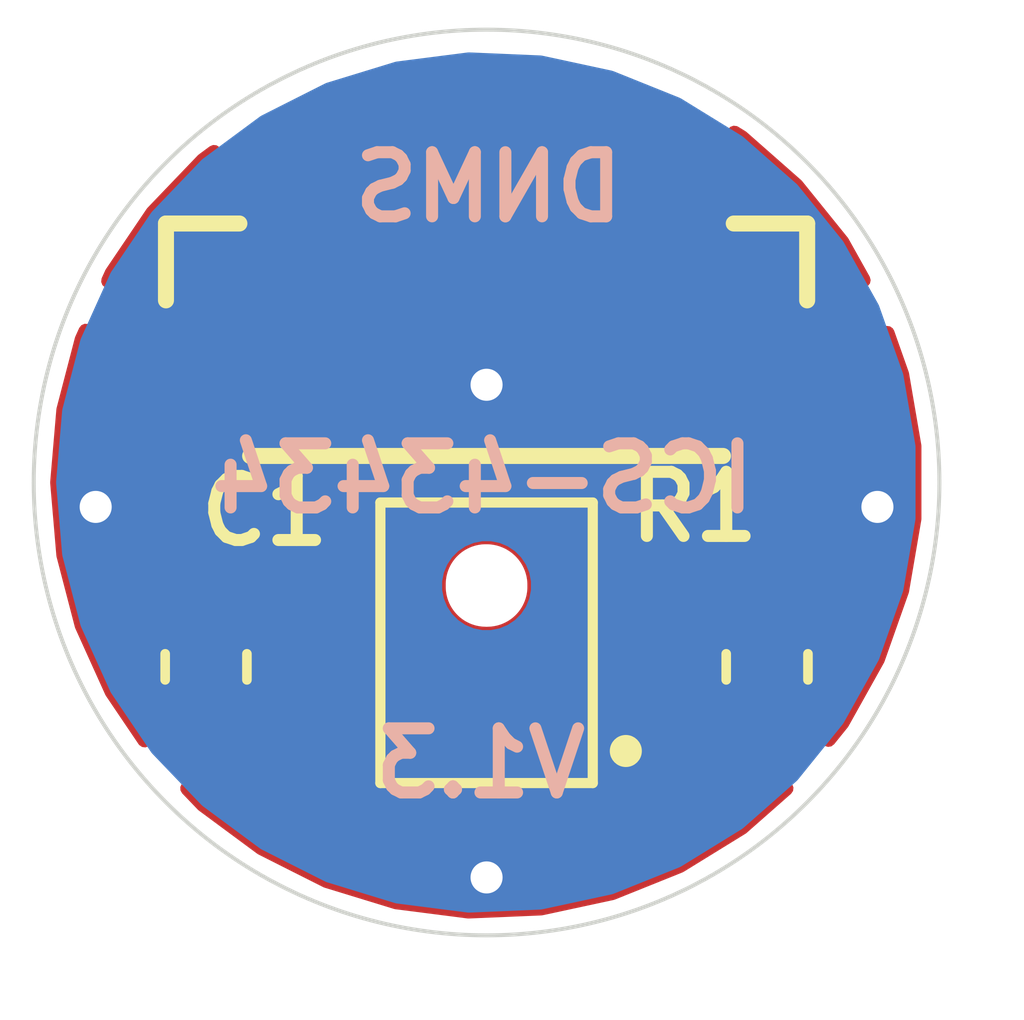
<source format=kicad_pcb>
(kicad_pcb (version 20171130) (host pcbnew 5.1.5+dfsg1-2build2)

  (general
    (thickness 1.6)
    (drawings 4)
    (tracks 80)
    (zones 0)
    (modules 4)
    (nets 7)
  )

  (page A4)
  (layers
    (0 F.Cu signal)
    (31 B.Cu signal)
    (32 B.Adhes user)
    (33 F.Adhes user)
    (34 B.Paste user)
    (35 F.Paste user)
    (36 B.SilkS user)
    (37 F.SilkS user)
    (38 B.Mask user)
    (39 F.Mask user)
    (40 Dwgs.User user)
    (41 Cmts.User user)
    (42 Eco1.User user)
    (43 Eco2.User user)
    (44 Edge.Cuts user)
    (45 Margin user)
    (46 B.CrtYd user)
    (47 F.CrtYd user)
    (48 B.Fab user)
    (49 F.Fab user)
  )

  (setup
    (last_trace_width 0.25)
    (user_trace_width 0.5)
    (trace_clearance 0.2)
    (zone_clearance 0.18)
    (zone_45_only no)
    (trace_min 0.2)
    (via_size 0.8)
    (via_drill 0.4)
    (via_min_size 0.4)
    (via_min_drill 0.3)
    (uvia_size 0.3)
    (uvia_drill 0.1)
    (uvias_allowed no)
    (uvia_min_size 0.2)
    (uvia_min_drill 0.1)
    (edge_width 0.05)
    (segment_width 0.2)
    (pcb_text_width 0.3)
    (pcb_text_size 1.5 1.5)
    (mod_edge_width 0.12)
    (mod_text_size 1 1)
    (mod_text_width 0.15)
    (pad_size 1 1)
    (pad_drill 0)
    (pad_to_mask_clearance 0.051)
    (solder_mask_min_width 0.25)
    (aux_axis_origin 0 0)
    (visible_elements 7FFFFF7F)
    (pcbplotparams
      (layerselection 0x010fc_ffffffff)
      (usegerberextensions false)
      (usegerberattributes false)
      (usegerberadvancedattributes false)
      (creategerberjobfile false)
      (excludeedgelayer true)
      (linewidth 0.100000)
      (plotframeref false)
      (viasonmask false)
      (mode 1)
      (useauxorigin false)
      (hpglpennumber 1)
      (hpglpenspeed 20)
      (hpglpendiameter 15.000000)
      (psnegative false)
      (psa4output false)
      (plotreference true)
      (plotvalue true)
      (plotinvisibletext false)
      (padsonsilk false)
      (subtractmaskfromsilk false)
      (outputformat 1)
      (mirror false)
      (drillshape 0)
      (scaleselection 1)
      (outputdirectory "Gerber/"))
  )

  (net 0 "")
  (net 1 GND)
  (net 2 +3V3)
  (net 3 SCK)
  (net 4 SD)
  (net 5 WS)
  (net 6 LR)

  (net_class Default "Dies ist die voreingestellte Netzklasse."
    (clearance 0.2)
    (trace_width 0.25)
    (via_dia 0.8)
    (via_drill 0.4)
    (uvia_dia 0.3)
    (uvia_drill 0.1)
    (add_net +3V3)
    (add_net GND)
    (add_net LR)
    (add_net SCK)
    (add_net SD)
    (add_net WS)
  )

  (module ICS-43434:MIC_ICS-43434 (layer F.Cu) (tedit 60885EE2) (tstamp 601C2507)
    (at 100 102 180)
    (path /601C48BA)
    (attr smd)
    (fp_text reference MK1 (at -0.538612 -2.25913) (layer F.Fab)
      (effects (font (size 0.320842 0.320842) (thickness 0.05)))
    )
    (fp_text value ICS-43434 (at -0.335577 2.15696) (layer F.Fab)
      (effects (font (size 0.321513 0.321513) (thickness 0.05)))
    )
    (fp_poly (pts (xy 1.15 -1.572) (xy 1.15 -1.15) (xy 0.65 -1.15) (xy 0.65 -1.572)) (layer F.Paste) (width 0.001))
    (fp_poly (pts (xy 1.15 -0.75) (xy 1.15 -0.328) (xy 0.65 -0.328) (xy 0.65 -0.75)) (layer F.Paste) (width 0.001))
    (fp_poly (pts (xy -0.65 -1.572) (xy -0.65 -1.15) (xy -1.15 -1.15) (xy -1.15 -1.572)) (layer F.Paste) (width 0.001))
    (fp_poly (pts (xy -0.65 -0.75) (xy -0.65 -0.328) (xy -1.15 -0.328) (xy -1.15 -0.75)) (layer F.Paste) (width 0.001))
    (fp_poly (pts (xy 0.05 0.203) (xy 0.059457 0.203822) (xy 0.082931 0.206982) (xy 0.106234 0.21123)
      (xy 0.129313 0.216559) (xy 0.152119 0.222955) (xy 0.174604 0.230405) (xy 0.196717 0.238894)
      (xy 0.218411 0.248402) (xy 0.23964 0.258909) (xy 0.260357 0.270392) (xy 0.280517 0.282827)
      (xy 0.300076 0.296186) (xy 0.318993 0.310441) (xy 0.337226 0.32556) (xy 0.354736 0.341512)
      (xy 0.371485 0.35826) (xy 0.387437 0.37577) (xy 0.402557 0.394003) (xy 0.416811 0.41292)
      (xy 0.430171 0.43248) (xy 0.442606 0.45264) (xy 0.454089 0.473356) (xy 0.464597 0.494585)
      (xy 0.474105 0.516279) (xy 0.482593 0.538392) (xy 0.490044 0.560876) (xy 0.49644 0.583683)
      (xy 0.501769 0.606762) (xy 0.506018 0.630065) (xy 0.509178 0.653539) (xy 0.51 0.663)
      (xy 0.81 0.663) (xy 0.809007 0.644043) (xy 0.805036 0.604952) (xy 0.799161 0.566102)
      (xy 0.791395 0.527585) (xy 0.781756 0.489493) (xy 0.770269 0.451918) (xy 0.756959 0.414949)
      (xy 0.741859 0.378674) (xy 0.725006 0.34318) (xy 0.706438 0.308551) (xy 0.686202 0.274871)
      (xy 0.664344 0.24222) (xy 0.640917 0.210676) (xy 0.615977 0.180313) (xy 0.589584 0.151205)
      (xy 0.5618 0.123421) (xy 0.532693 0.097028) (xy 0.502331 0.072088) (xy 0.470786 0.048661)
      (xy 0.438135 0.026803) (xy 0.404455 0.006565) (xy 0.369827 -0.012002) (xy 0.334333 -0.028856)
      (xy 0.298059 -0.043956) (xy 0.261089 -0.057266) (xy 0.223514 -0.068754) (xy 0.185423 -0.078393)
      (xy 0.146906 -0.08616) (xy 0.108055 -0.092035) (xy 0.068965 -0.096006) (xy 0.05 -0.097)) (layer F.Paste) (width 0.001))
    (fp_poly (pts (xy -0.51 0.663) (xy -0.509178 0.653544) (xy -0.506018 0.630069) (xy -0.50177 0.606766)
      (xy -0.496441 0.583687) (xy -0.490045 0.560881) (xy -0.482595 0.538396) (xy -0.474106 0.516283)
      (xy -0.464598 0.494589) (xy -0.454091 0.47336) (xy -0.442608 0.452643) (xy -0.430173 0.432483)
      (xy -0.416814 0.412924) (xy -0.402559 0.394007) (xy -0.38744 0.375774) (xy -0.371488 0.358264)
      (xy -0.35474 0.341515) (xy -0.33723 0.325563) (xy -0.318997 0.310443) (xy -0.30008 0.296189)
      (xy -0.28052 0.282829) (xy -0.26036 0.270394) (xy -0.239644 0.258911) (xy -0.218415 0.248403)
      (xy -0.196721 0.238895) (xy -0.174608 0.230407) (xy -0.152124 0.222956) (xy -0.129317 0.21656)
      (xy -0.106238 0.211231) (xy -0.082936 0.206982) (xy -0.059461 0.203822) (xy -0.05 0.203)
      (xy -0.05 -0.097) (xy -0.068957 -0.096007) (xy -0.108048 -0.092036) (xy -0.146898 -0.086161)
      (xy -0.185415 -0.078395) (xy -0.223507 -0.068756) (xy -0.261082 -0.057269) (xy -0.298051 -0.043959)
      (xy -0.334326 -0.028859) (xy -0.36982 -0.012006) (xy -0.404449 0.006562) (xy -0.438129 0.026798)
      (xy -0.47078 0.048656) (xy -0.502324 0.072083) (xy -0.532687 0.097023) (xy -0.561795 0.123416)
      (xy -0.589579 0.1512) (xy -0.615972 0.180307) (xy -0.640912 0.210669) (xy -0.664339 0.242214)
      (xy -0.686197 0.274865) (xy -0.706435 0.308545) (xy -0.725002 0.343173) (xy -0.741856 0.378667)
      (xy -0.756956 0.414941) (xy -0.770266 0.451911) (xy -0.781754 0.489486) (xy -0.791393 0.527577)
      (xy -0.79916 0.566094) (xy -0.805035 0.604945) (xy -0.809006 0.644035) (xy -0.81 0.663)) (layer F.Paste) (width 0.001))
    (fp_poly (pts (xy -0.05 1.223) (xy -0.059457 1.22218) (xy -0.082931 1.21902) (xy -0.106234 1.21477)
      (xy -0.129313 1.20944) (xy -0.152119 1.20305) (xy -0.174604 1.19559) (xy -0.196717 1.18711)
      (xy -0.218411 1.1776) (xy -0.23964 1.16709) (xy -0.260357 1.15561) (xy -0.280517 1.14317)
      (xy -0.300076 1.12981) (xy -0.318993 1.11556) (xy -0.337226 1.10044) (xy -0.354736 1.08449)
      (xy -0.371485 1.06774) (xy -0.387437 1.05023) (xy -0.402557 1.032) (xy -0.416811 1.01308)
      (xy -0.430171 0.99352) (xy -0.442606 0.97336) (xy -0.454089 0.952644) (xy -0.464597 0.931415)
      (xy -0.474105 0.909721) (xy -0.482593 0.887608) (xy -0.490044 0.865124) (xy -0.49644 0.842317)
      (xy -0.501769 0.819238) (xy -0.506018 0.795935) (xy -0.509178 0.772461) (xy -0.51 0.763)
      (xy -0.81 0.763) (xy -0.809007 0.781957) (xy -0.805036 0.821048) (xy -0.799161 0.859898)
      (xy -0.791395 0.898415) (xy -0.781756 0.936507) (xy -0.770269 0.974082) (xy -0.756959 1.01105)
      (xy -0.741859 1.04733) (xy -0.725006 1.08282) (xy -0.706438 1.11745) (xy -0.686202 1.15113)
      (xy -0.664344 1.18378) (xy -0.640917 1.21532) (xy -0.615977 1.24569) (xy -0.589584 1.27479)
      (xy -0.5618 1.30258) (xy -0.532693 1.32897) (xy -0.502331 1.35391) (xy -0.470786 1.37734)
      (xy -0.438135 1.3992) (xy -0.404455 1.41943) (xy -0.369827 1.438) (xy -0.334333 1.45486)
      (xy -0.298059 1.46996) (xy -0.261089 1.48327) (xy -0.223514 1.49475) (xy -0.185423 1.50439)
      (xy -0.146906 1.51216) (xy -0.108055 1.51804) (xy -0.068965 1.52201) (xy -0.05 1.523)) (layer F.Paste) (width 0.001))
    (fp_poly (pts (xy 0.51 0.763) (xy 0.509178 0.772456) (xy 0.506018 0.795931) (xy 0.50177 0.819234)
      (xy 0.496441 0.842313) (xy 0.490045 0.865119) (xy 0.482595 0.887604) (xy 0.474106 0.909717)
      (xy 0.464598 0.931411) (xy 0.454091 0.95264) (xy 0.442608 0.973357) (xy 0.430173 0.993517)
      (xy 0.416814 1.01308) (xy 0.402559 1.03199) (xy 0.38744 1.05023) (xy 0.371488 1.06774)
      (xy 0.35474 1.08449) (xy 0.33723 1.10044) (xy 0.318997 1.11556) (xy 0.30008 1.12981)
      (xy 0.28052 1.14317) (xy 0.26036 1.15561) (xy 0.239644 1.16709) (xy 0.218415 1.1776)
      (xy 0.196721 1.1871) (xy 0.174608 1.19559) (xy 0.152124 1.20304) (xy 0.129317 1.20944)
      (xy 0.106238 1.21477) (xy 0.082936 1.21902) (xy 0.059461 1.22218) (xy 0.05 1.223)
      (xy 0.05 1.523) (xy 0.068957 1.52201) (xy 0.108048 1.51804) (xy 0.146898 1.51216)
      (xy 0.185415 1.50439) (xy 0.223507 1.49476) (xy 0.261082 1.48327) (xy 0.298051 1.46996)
      (xy 0.334326 1.45486) (xy 0.36982 1.43801) (xy 0.404449 1.41944) (xy 0.438129 1.3992)
      (xy 0.47078 1.37734) (xy 0.502324 1.35392) (xy 0.532687 1.32898) (xy 0.561795 1.30258)
      (xy 0.589579 1.2748) (xy 0.615972 1.24569) (xy 0.640912 1.21533) (xy 0.664339 1.18379)
      (xy 0.686197 1.15114) (xy 0.706435 1.11746) (xy 0.725002 1.08283) (xy 0.741856 1.04733)
      (xy 0.756956 1.01106) (xy 0.770266 0.974089) (xy 0.781754 0.936514) (xy 0.791393 0.898423)
      (xy 0.79916 0.859906) (xy 0.805035 0.821055) (xy 0.809006 0.781965) (xy 0.81 0.763)) (layer F.Paste) (width 0.001))
    (fp_line (start 1.325 -1.747) (end 1.325 1.753) (layer Eco2.User) (width 0.127))
    (fp_line (start 1.325 1.753) (end -1.325 1.753) (layer Eco2.User) (width 0.127))
    (fp_line (start -1.325 1.753) (end -1.325 -1.747) (layer Eco2.User) (width 0.127))
    (fp_line (start -1.325 -1.747) (end 1.325 -1.747) (layer Eco2.User) (width 0.127))
    (fp_line (start 1.325 -1.75) (end -1.325 -1.75) (layer F.SilkS) (width 0.127))
    (fp_line (start -1.325 -1.75) (end -1.325 1.75) (layer F.SilkS) (width 0.127))
    (fp_line (start -1.325 1.75) (end 1.325 1.75) (layer F.SilkS) (width 0.127))
    (fp_line (start 1.325 1.75) (end 1.325 -1.75) (layer F.SilkS) (width 0.127))
    (fp_line (start 1.575 -2) (end 1.575 2.003) (layer Eco1.User) (width 0.05))
    (fp_line (start 1.575 2.003) (end -1.575 2.003) (layer Eco1.User) (width 0.05))
    (fp_line (start -1.575 2.003) (end -1.575 -2) (layer Eco1.User) (width 0.05))
    (fp_line (start -1.575 -2) (end 1.575 -2) (layer Eco1.User) (width 0.05))
    (fp_circle (center -1.7375 -1.35) (end -1.6375 -1.35) (layer F.SilkS) (width 0.2))
    (fp_poly (pts (xy 0.25 -1.572) (xy 0.25 -1.15) (xy -0.25 -1.15) (xy -0.25 -1.572)) (layer F.Paste) (width 0.001))
    (fp_poly (pts (xy 0.01016 -0.10174) (xy 0.01016 0.19826) (xy -0.02309 0.2) (xy -0.04924 0.20137)
      (xy -0.075283 0.204107) (xy -0.101146 0.208204) (xy -0.12676 0.213648) (xy -0.152053 0.220425)
      (xy -0.176958 0.228517) (xy -0.201405 0.237901) (xy -0.225327 0.248551) (xy -0.248658 0.260439)
      (xy -0.271336 0.273532) (xy -0.293298 0.287794) (xy -0.314483 0.303186) (xy -0.334833 0.319665)
      (xy -0.354293 0.337186) (xy -0.372809 0.355703) (xy -0.390331 0.375162) (xy -0.406811 0.395513)
      (xy -0.422203 0.416697) (xy -0.436465 0.438659) (xy -0.449558 0.461336) (xy -0.461446 0.484668)
      (xy -0.472097 0.50859) (xy -0.481481 0.533037) (xy -0.489573 0.557941) (xy -0.496351 0.583234)
      (xy -0.501795 0.608848) (xy -0.505892 0.634712) (xy -0.508629 0.660754) (xy -0.51 0.686904)
      (xy -0.51 0.7) (xy -0.51 0.72) (xy -0.51 0.733352) (xy -0.508602 0.760025)
      (xy -0.505811 0.786588) (xy -0.501632 0.812969) (xy -0.496079 0.839095) (xy -0.489166 0.864895)
      (xy -0.480913 0.890297) (xy -0.471341 0.915233) (xy -0.460478 0.939633) (xy -0.448352 0.963432)
      (xy -0.434997 0.986563) (xy -0.42045 1.00896) (xy -0.404751 1.03057) (xy -0.387942 1.05133)
      (xy -0.37007 1.07118) (xy -0.351183 1.09007) (xy -0.331334 1.10794) (xy -0.310577 1.12475)
      (xy -0.288969 1.14045) (xy -0.266568 1.15499) (xy -0.243437 1.16835) (xy -0.219639 1.18047)
      (xy -0.195238 1.19134) (xy -0.170303 1.20091) (xy -0.1449 1.20916) (xy -0.119101 1.21608)
      (xy -0.092975 1.22163) (xy -0.066594 1.22581) (xy -0.040031 1.2286) (xy -0.013358 1.23)
      (xy 0 1.23) (xy 0.01 1.23) (xy 0.02309 1.23) (xy 0.04924 1.22863)
      (xy 0.075283 1.22589) (xy 0.101146 1.2218) (xy 0.12676 1.21635) (xy 0.152053 1.20957)
      (xy 0.176958 1.20148) (xy 0.201405 1.1921) (xy 0.225327 1.18145) (xy 0.248658 1.16956)
      (xy 0.271336 1.15647) (xy 0.293298 1.14221) (xy 0.314483 1.12681) (xy 0.334833 1.11034)
      (xy 0.354293 1.09281) (xy 0.372809 1.0743) (xy 0.390331 1.05484) (xy 0.406811 1.03449)
      (xy 0.422203 1.0133) (xy 0.436465 0.991341) (xy 0.449558 0.968664) (xy 0.461446 0.945332)
      (xy 0.472097 0.92141) (xy 0.481481 0.896963) (xy 0.489573 0.872059) (xy 0.496351 0.846766)
      (xy 0.501795 0.821152) (xy 0.505892 0.795288) (xy 0.508629 0.769246) (xy 0.51 0.743096)
      (xy 0.51 0.73) (xy 0.51 0.7) (xy 0.51 0.68691) (xy 0.50863 0.66076)
      (xy 0.505893 0.634718) (xy 0.501796 0.608854) (xy 0.496352 0.58324) (xy 0.489575 0.557947)
      (xy 0.481483 0.533042) (xy 0.472099 0.508595) (xy 0.461449 0.484673) (xy 0.449561 0.461342)
      (xy 0.436468 0.438664) (xy 0.422206 0.416702) (xy 0.406814 0.395517) (xy 0.390335 0.375167)
      (xy 0.372814 0.355707) (xy 0.354297 0.337191) (xy 0.334838 0.319669) (xy 0.314487 0.303189)
      (xy 0.293303 0.287797) (xy 0.271341 0.273535) (xy 0.248664 0.260442) (xy 0.225332 0.248554)
      (xy 0.20141 0.237903) (xy 0.176963 0.228519) (xy 0.152059 0.220427) (xy 0.126766 0.213649)
      (xy 0.101152 0.208205) (xy 0.075288 0.204108) (xy 0.049246 0.201371) (xy 0.023096 0.2)
      (xy 0.01 0.2) (xy 0.01 -0.1) (xy 0.02 -0.1) (xy 0.040682 -0.1)
      (xy 0.081999 -0.097835) (xy 0.123146 -0.09351) (xy 0.164011 -0.087038) (xy 0.20448 -0.078437)
      (xy 0.244444 -0.067729) (xy 0.283793 -0.054944) (xy 0.322419 -0.040117) (xy 0.360216 -0.023289)
      (xy 0.39708 -0.004506) (xy 0.432911 0.016181) (xy 0.46761 0.038715) (xy 0.501083 0.063033)
      (xy 0.533236 0.08907) (xy 0.563983 0.116755) (xy 0.593239 0.14601) (xy 0.620923 0.176757)
      (xy 0.646961 0.20891) (xy 0.67128 0.242382) (xy 0.693814 0.277081) (xy 0.714501 0.312911)
      (xy 0.733285 0.349775) (xy 0.750113 0.387572) (xy 0.76494 0.426198) (xy 0.777726 0.465546)
      (xy 0.788434 0.50551) (xy 0.797037 0.54598) (xy 0.803509 0.586844) (xy 0.807834 0.627991)
      (xy 0.81 0.669308) (xy 0.81 0.69) (xy 0.81 0.72) (xy 0.81 0.741206)
      (xy 0.80778 0.783569) (xy 0.803346 0.825758) (xy 0.79671 0.867657) (xy 0.787891 0.909151)
      (xy 0.776911 0.950127) (xy 0.763803 0.990472) (xy 0.748601 1.03008) (xy 0.731347 1.06883)
      (xy 0.712088 1.10663) (xy 0.690878 1.14336) (xy 0.667774 1.17894) (xy 0.642839 1.21326)
      (xy 0.616143 1.24623) (xy 0.587758 1.27775) (xy 0.557762 1.30775) (xy 0.526237 1.33614)
      (xy 0.49327 1.36283) (xy 0.45895 1.38777) (xy 0.423373 1.41087) (xy 0.386635 1.43208)
      (xy 0.348838 1.45134) (xy 0.310084 1.4686) (xy 0.270481 1.4838) (xy 0.230136 1.49691)
      (xy 0.18916 1.50789) (xy 0.147666 1.51671) (xy 0.105767 1.52334) (xy 0.063578 1.52778)
      (xy 0.021215 1.53) (xy 0 1.53) (xy -0.01 1.53) (xy -0.030944 1.53)
      (xy -0.072784 1.52781) (xy -0.114452 1.52343) (xy -0.155834 1.51687) (xy -0.196816 1.50816)
      (xy -0.237286 1.49732) (xy -0.277132 1.48437) (xy -0.316247 1.46936) (xy -0.354523 1.45232)
      (xy -0.391854 1.4333) (xy -0.428138 1.41235) (xy -0.463276 1.38953) (xy -0.497172 1.3649)
      (xy -0.529733 1.33854) (xy -0.560869 1.3105) (xy -0.590495 1.28088) (xy -0.61853 1.24974)
      (xy -0.644897 1.21718) (xy -0.669524 1.18328) (xy -0.692343 1.14815) (xy -0.713292 1.11186)
      (xy -0.732314 1.07453) (xy -0.749355 1.03626) (xy -0.76437 0.997141) (xy -0.777317 0.957295)
      (xy -0.788161 0.916825) (xy -0.796873 0.875843) (xy -0.803427 0.834461) (xy -0.807807 0.792794)
      (xy -0.81 0.750954) (xy -0.81 0.73) (xy -0.81 0.7) (xy -0.81 0.679056)
      (xy -0.807808 0.637216) (xy -0.803428 0.595548) (xy -0.796874 0.554166) (xy -0.788164 0.513184)
      (xy -0.77732 0.472714) (xy -0.764373 0.432868) (xy -0.749359 0.393753) (xy -0.732318 0.355477)
      (xy -0.713297 0.318146) (xy -0.692348 0.281862) (xy -0.66953 0.246724) (xy -0.644903 0.212828)
      (xy -0.618536 0.180267) (xy -0.590502 0.149131) (xy -0.560876 0.119505) (xy -0.52974 0.09147)
      (xy -0.49718 0.065103) (xy -0.463284 0.040476) (xy -0.428146 0.017657) (xy -0.391862 -0.003292)
      (xy -0.354531 -0.022314) (xy -0.316256 -0.039355) (xy -0.277141 -0.05437) (xy -0.237295 -0.067317)
      (xy -0.196825 -0.078161) (xy -0.155843 -0.086873) (xy -0.114461 -0.093427) (xy -0.072794 -0.097807)
      (xy -0.030954 -0.1)) (layer F.Cu) (width 0.001))
    (fp_circle (center 0 0.713) (end 0.665 0.713) (layer F.Mask) (width 0.5))
    (pad 1 smd rect (at -0.9 -1.361 180) (size 0.6 0.522) (layers F.Cu F.Paste F.Mask)
      (net 5 WS))
    (pad 2 smd rect (at -0.9 -0.539 180) (size 0.6 0.522) (layers F.Cu F.Paste F.Mask)
      (net 6 LR))
    (pad 3 smd rect (at -0.0155 1.383 180) (size 0.1 0.1) (layers F.Cu F.Paste F.Mask)
      (net 1 GND))
    (pad 4 smd rect (at 0.9 -0.539 180) (size 0.6 0.522) (layers F.Cu F.Paste F.Mask)
      (net 3 SCK))
    (pad 5 smd rect (at 0.9 -1.361 180) (size 0.6 0.522) (layers F.Cu F.Paste F.Mask)
      (net 2 +3V3))
    (pad 6 smd rect (at 0 -1.361 180) (size 0.6 0.522) (layers F.Cu F.Paste F.Mask)
      (net 4 SD))
    (pad "" np_thru_hole circle (at 0 0.713 180) (size 0.6 0.6) (drill 0.6) (layers *.Cu *.Mask))
    (model ${KIPRJMOD}/ICS-43434/ICS-43434.models/InvenSense_-_ICS-43434.wrl
      (at (xyz 0 0 0))
      (scale (xyz 0.4 0.4 0.4))
      (rotate (xyz 0 0 0))
    )
  )

  (module Resistor_SMD:R_0603_1608Metric (layer F.Cu) (tedit 5B301BBD) (tstamp 601C2518)
    (at 103.5 102.3 90)
    (descr "Resistor SMD 0603 (1608 Metric), square (rectangular) end terminal, IPC_7351 nominal, (Body size source: http://www.tortai-tech.com/upload/download/2011102023233369053.pdf), generated with kicad-footprint-generator")
    (tags resistor)
    (path /601C7811)
    (attr smd)
    (fp_text reference R1 (at 1.9954 -0.9094) (layer F.SilkS)
      (effects (font (size 0.8 0.8) (thickness 0.15)))
    )
    (fp_text value 100k (at 0 1.43 90) (layer F.Fab)
      (effects (font (size 1 1) (thickness 0.15)))
    )
    (fp_text user %R (at 0 0 90) (layer F.Fab)
      (effects (font (size 0.4 0.4) (thickness 0.06)))
    )
    (fp_line (start 1.48 0.73) (end -1.48 0.73) (layer F.CrtYd) (width 0.05))
    (fp_line (start 1.48 -0.73) (end 1.48 0.73) (layer F.CrtYd) (width 0.05))
    (fp_line (start -1.48 -0.73) (end 1.48 -0.73) (layer F.CrtYd) (width 0.05))
    (fp_line (start -1.48 0.73) (end -1.48 -0.73) (layer F.CrtYd) (width 0.05))
    (fp_line (start -0.162779 0.51) (end 0.162779 0.51) (layer F.SilkS) (width 0.12))
    (fp_line (start -0.162779 -0.51) (end 0.162779 -0.51) (layer F.SilkS) (width 0.12))
    (fp_line (start 0.8 0.4) (end -0.8 0.4) (layer F.Fab) (width 0.1))
    (fp_line (start 0.8 -0.4) (end 0.8 0.4) (layer F.Fab) (width 0.1))
    (fp_line (start -0.8 -0.4) (end 0.8 -0.4) (layer F.Fab) (width 0.1))
    (fp_line (start -0.8 0.4) (end -0.8 -0.4) (layer F.Fab) (width 0.1))
    (pad 2 smd roundrect (at 0.7875 0 90) (size 0.875 0.95) (layers F.Cu F.Paste F.Mask) (roundrect_rratio 0.25)
      (net 1 GND))
    (pad 1 smd roundrect (at -0.7875 0 90) (size 0.875 0.95) (layers F.Cu F.Paste F.Mask) (roundrect_rratio 0.25)
      (net 4 SD))
    (model ${KISYS3DMOD}/Resistor_SMD.3dshapes/R_0603_1608Metric.wrl
      (at (xyz 0 0 0))
      (scale (xyz 1 1 1))
      (rotate (xyz 0 0 0))
    )
  )

  (module Capacitor_SMD:C_0603_1608Metric (layer F.Cu) (tedit 5B301BBE) (tstamp 601C24B2)
    (at 96.5 102.3 90)
    (descr "Capacitor SMD 0603 (1608 Metric), square (rectangular) end terminal, IPC_7351 nominal, (Body size source: http://www.tortai-tech.com/upload/download/2011102023233369053.pdf), generated with kicad-footprint-generator")
    (tags capacitor)
    (path /601C6101)
    (attr smd)
    (fp_text reference C1 (at 1.9446 0.7312) (layer F.SilkS)
      (effects (font (size 0.8 0.8) (thickness 0.15)))
    )
    (fp_text value 100nF (at 0 1.43 90) (layer F.Fab)
      (effects (font (size 1 1) (thickness 0.15)))
    )
    (fp_text user %R (at 0 0 90) (layer F.Fab)
      (effects (font (size 0.4 0.4) (thickness 0.06)))
    )
    (fp_line (start 1.48 0.73) (end -1.48 0.73) (layer F.CrtYd) (width 0.05))
    (fp_line (start 1.48 -0.73) (end 1.48 0.73) (layer F.CrtYd) (width 0.05))
    (fp_line (start -1.48 -0.73) (end 1.48 -0.73) (layer F.CrtYd) (width 0.05))
    (fp_line (start -1.48 0.73) (end -1.48 -0.73) (layer F.CrtYd) (width 0.05))
    (fp_line (start -0.162779 0.51) (end 0.162779 0.51) (layer F.SilkS) (width 0.12))
    (fp_line (start -0.162779 -0.51) (end 0.162779 -0.51) (layer F.SilkS) (width 0.12))
    (fp_line (start 0.8 0.4) (end -0.8 0.4) (layer F.Fab) (width 0.1))
    (fp_line (start 0.8 -0.4) (end 0.8 0.4) (layer F.Fab) (width 0.1))
    (fp_line (start -0.8 -0.4) (end 0.8 -0.4) (layer F.Fab) (width 0.1))
    (fp_line (start -0.8 0.4) (end -0.8 -0.4) (layer F.Fab) (width 0.1))
    (pad 2 smd roundrect (at 0.7875 0 90) (size 0.875 0.95) (layers F.Cu F.Paste F.Mask) (roundrect_rratio 0.25)
      (net 1 GND))
    (pad 1 smd roundrect (at -0.7875 0 90) (size 0.875 0.95) (layers F.Cu F.Paste F.Mask) (roundrect_rratio 0.25)
      (net 2 +3V3))
    (model ${KISYS3DMOD}/Capacitor_SMD.3dshapes/C_0603_1608Metric.wrl
      (at (xyz 0 0 0))
      (scale (xyz 1 1 1))
      (rotate (xyz 0 0 0))
    )
  )

  (module BM06B-SRSS-TB_LF__SN:BM06BSRSSTBLFSN (layer F.Cu) (tedit 601C6DD9) (tstamp 601C0B37)
    (at 100 98.0186 180)
    (descr BM06B-SRSS-TB)
    (tags Connector)
    (path /601B0083)
    (attr smd)
    (fp_text reference J1 (at 0 0.325) (layer F.Fab)
      (effects (font (size 1.27 1.27) (thickness 0.254)))
    )
    (fp_text value BM06B-SRSS-TB_LF__SN_ (at 0 0.325) (layer F.SilkS) hide
      (effects (font (size 1.27 1.27) (thickness 0.254)))
    )
    (fp_line (start 4 1.25) (end 3.084 1.25) (layer F.SilkS) (width 0.2))
    (fp_line (start -4 1.25) (end -3.084 1.25) (layer F.SilkS) (width 0.2))
    (fp_line (start 4 1.25) (end 4 0.291) (layer F.SilkS) (width 0.2))
    (fp_line (start -4 1.25) (end -4 0.291) (layer F.SilkS) (width 0.2))
    (fp_line (start -2.95 -1.65) (end 2.95 -1.65) (layer F.SilkS) (width 0.2))
    (fp_line (start -5.4 3.425) (end -5.4 -2.775) (layer F.CrtYd) (width 0.1))
    (fp_line (start 5.4 3.425) (end -5.4 3.425) (layer F.CrtYd) (width 0.1))
    (fp_line (start 5.4 -2.775) (end 5.4 3.425) (layer F.CrtYd) (width 0.1))
    (fp_line (start -5.4 -2.775) (end 5.4 -2.775) (layer F.CrtYd) (width 0.1))
    (fp_line (start -4 1.25) (end -4 -1.65) (layer F.Fab) (width 0.2))
    (fp_line (start 4 1.25) (end -4 1.25) (layer F.Fab) (width 0.2))
    (fp_line (start 4 -1.65) (end 4 1.25) (layer F.Fab) (width 0.2))
    (fp_line (start -4 -1.65) (end 4 -1.65) (layer F.Fab) (width 0.2))
    (fp_text user %R (at 0 0.325) (layer F.Fab) hide
      (effects (font (size 1.27 1.27) (thickness 0.254)))
    )
    (pad MP2 smd rect (at 3.8 -0.875 180) (size 1.2 1.8) (layers F.Cu F.Paste F.Mask)
      (net 1 GND))
    (pad MP1 smd rect (at -3.8 -0.875 180) (size 1.2 1.8) (layers F.Cu F.Paste F.Mask)
      (net 1 GND))
    (pad 6 smd rect (at -2.5 1.65 180) (size 0.6 1.55) (layers F.Cu F.Paste F.Mask)
      (net 4 SD))
    (pad 5 smd rect (at -1.5 1.65 180) (size 0.6 1.55) (layers F.Cu F.Paste F.Mask)
      (net 5 WS))
    (pad 4 smd rect (at -0.5 1.65 180) (size 0.6 1.55) (layers F.Cu F.Paste F.Mask)
      (net 6 LR))
    (pad 3 smd rect (at 0.5 1.65 180) (size 0.6 1.55) (layers F.Cu F.Paste F.Mask)
      (net 3 SCK))
    (pad 2 smd rect (at 1.5 1.65 180) (size 0.6 1.55) (layers F.Cu F.Paste F.Mask)
      (net 2 +3V3))
    (pad 1 smd rect (at 2.5 1.65 180) (size 0.6 1.55) (layers F.Cu F.Paste F.Mask)
      (net 1 GND))
    (model ${KIPRJMOD}/BM06B-SRSS-TB_LF__SN/3D/BM06B-SRSS-TB_LF__SN_.wrl
      (at (xyz 0 0 0))
      (scale (xyz 0.4 0.4 0.4))
      (rotate (xyz 0 0 0))
    )
  )

  (gr_text V1.3 (at 99.9236 103.505) (layer B.SilkS)
    (effects (font (size 0.8 0.8) (thickness 0.15)) (justify mirror))
  )
  (gr_text ICS-43434 (at 99.949 99.949) (layer B.SilkS)
    (effects (font (size 0.8 0.8) (thickness 0.15)) (justify mirror))
  )
  (gr_text "DNMS\n" (at 100.0252 96.3168) (layer B.SilkS)
    (effects (font (size 0.8 0.8) (thickness 0.15)) (justify mirror))
  )
  (gr_circle (center 100 100) (end 105.65 100) (layer Edge.Cuts) (width 0.05))

  (via (at 100 104.9274) (size 0.8) (drill 0.4) (layers F.Cu B.Cu) (net 1))
  (via (at 100 98.7806) (size 0.8) (drill 0.4) (layers F.Cu B.Cu) (net 1))
  (via (at 95.123 100.3046) (size 0.8) (drill 0.4) (layers F.Cu B.Cu) (net 1))
  (segment (start 100 98.7806) (end 95.5294 98.7806) (width 0.25) (layer B.Cu) (net 1))
  (via (at 104.8766 100.3046) (size 0.8) (drill 0.4) (layers F.Cu B.Cu) (net 1))
  (segment (start 95.5294 99.8982) (end 95.123 100.3046) (width 0.25) (layer B.Cu) (net 1))
  (segment (start 95.5294 98.7806) (end 95.5294 99.8982) (width 0.25) (layer B.Cu) (net 1))
  (segment (start 96.2 101.2125) (end 96.5 101.5125) (width 0.25) (layer F.Cu) (net 1))
  (segment (start 103.8 101.2125) (end 103.5 101.5125) (width 0.25) (layer F.Cu) (net 1))
  (segment (start 97.11129 98.83231) (end 97.05 98.8936) (width 0.25) (layer F.Cu) (net 1))
  (segment (start 97.11129 97.629) (end 97.11129 98.83231) (width 0.25) (layer F.Cu) (net 1))
  (segment (start 97.05 98.8936) (end 96.2 98.8936) (width 0.25) (layer F.Cu) (net 1))
  (segment (start 97.5 97.24029) (end 97.11129 97.629) (width 0.25) (layer F.Cu) (net 1))
  (segment (start 97.5 96.3686) (end 97.5 97.24029) (width 0.25) (layer F.Cu) (net 1))
  (segment (start 103.8 98.8936) (end 103.8098 100.1522) (width 0.25) (layer F.Cu) (net 1))
  (segment (start 103.5 100.462) (end 103.5 101.5125) (width 0.25) (layer F.Cu) (net 1))
  (segment (start 103.8098 100.1522) (end 103.5 100.462) (width 0.25) (layer F.Cu) (net 1))
  (segment (start 103.9622 100.3046) (end 104.8766 100.3046) (width 0.25) (layer F.Cu) (net 1))
  (segment (start 103.8098 100.1522) (end 103.9622 100.3046) (width 0.25) (layer F.Cu) (net 1))
  (segment (start 96.1898 100.3046) (end 96.2152 100.33) (width 0.25) (layer F.Cu) (net 1))
  (segment (start 95.123 100.3046) (end 96.1898 100.3046) (width 0.25) (layer F.Cu) (net 1))
  (segment (start 96.2152 100.33) (end 96.2 101.2125) (width 0.25) (layer F.Cu) (net 1))
  (segment (start 96.2 98.8936) (end 96.2152 100.33) (width 0.25) (layer F.Cu) (net 1))
  (segment (start 103.3526 98.7806) (end 104.8766 100.3046) (width 0.25) (layer B.Cu) (net 1))
  (segment (start 100 98.7806) (end 103.3526 98.7806) (width 0.25) (layer B.Cu) (net 1))
  (segment (start 100.0155 98.7961) (end 100 98.7806) (width 0.25) (layer F.Cu) (net 1))
  (segment (start 100.0155 100.617) (end 100.0155 98.7961) (width 0.25) (layer F.Cu) (net 1))
  (segment (start 100.2538 104.9274) (end 100 104.9274) (width 0.25) (layer B.Cu) (net 1))
  (segment (start 104.8766 100.3046) (end 100.2538 104.9274) (width 0.25) (layer B.Cu) (net 1))
  (segment (start 97.5613 98.4758) (end 97.5613 97.8154) (width 0.25) (layer F.Cu) (net 2))
  (segment (start 97.5868 97.8154) (end 97.8916 97.5106) (width 0.25) (layer F.Cu) (net 2))
  (segment (start 98.5 97.3936) (end 98.5 96.3686) (width 0.25) (layer F.Cu) (net 2))
  (segment (start 98.383 97.5106) (end 98.5 97.3936) (width 0.25) (layer F.Cu) (net 2))
  (segment (start 97.8916 97.5106) (end 98.383 97.5106) (width 0.25) (layer F.Cu) (net 2))
  (segment (start 97.5613 98.4758) (end 97.5613 101.0158) (width 0.25) (layer F.Cu) (net 2))
  (segment (start 97.5613 102.9716) (end 97.5613 100.9396) (width 0.25) (layer F.Cu) (net 2))
  (segment (start 96.5454 102.9971) (end 97.5613 102.9971) (width 0.25) (layer F.Cu) (net 2))
  (segment (start 98.55 103.363999) (end 98.538601 103.3526) (width 0.25) (layer F.Cu) (net 2))
  (segment (start 99.1 103.363999) (end 98.55 103.363999) (width 0.25) (layer F.Cu) (net 2))
  (segment (start 97.5613 102.9971) (end 97.5613 103.2763) (width 0.25) (layer F.Cu) (net 2))
  (segment (start 97.648999 103.363999) (end 98.55 103.363999) (width 0.25) (layer F.Cu) (net 2))
  (segment (start 97.5613 103.2763) (end 97.648999 103.363999) (width 0.25) (layer F.Cu) (net 2))
  (segment (start 99.5 97.3936) (end 99.5 96.3686) (width 0.25) (layer F.Cu) (net 3))
  (segment (start 99.29579 97.96061) (end 99.5 97.7564) (width 0.25) (layer F.Cu) (net 3))
  (segment (start 99.5 97.7564) (end 99.5 97.3936) (width 0.25) (layer F.Cu) (net 3))
  (segment (start 98.1202 100.2792) (end 98.1202 97.96061) (width 0.25) (layer F.Cu) (net 3))
  (segment (start 98.1202 102.5144) (end 98.1202 100.33) (width 0.25) (layer F.Cu) (net 3))
  (segment (start 98.1202 97.96061) (end 99.29579 97.96061) (width 0.25) (layer F.Cu) (net 3))
  (segment (start 99.1 102.542) (end 98.55 102.542) (width 0.25) (layer F.Cu) (net 3))
  (segment (start 98.1478 102.542) (end 99.1 102.542) (width 0.25) (layer F.Cu) (net 3))
  (segment (start 98.1202 102.5144) (end 98.1478 102.542) (width 0.25) (layer F.Cu) (net 3))
  (segment (start 103.025 103.0875) (end 103.5 103.0875) (width 0.25) (layer F.Cu) (net 4))
  (segment (start 102.8335 103.0875) (end 103.025 103.0875) (width 0.25) (layer F.Cu) (net 4))
  (segment (start 102.616 96.4846) (end 102.616 102.87) (width 0.25) (layer F.Cu) (net 4))
  (segment (start 102.616 102.87) (end 102.8335 103.0875) (width 0.25) (layer F.Cu) (net 4))
  (segment (start 102.5 96.3686) (end 102.616 96.4846) (width 0.25) (layer F.Cu) (net 4))
  (segment (start 100 103.363999) (end 100 104.1148) (width 0.25) (layer F.Cu) (net 4))
  (segment (start 101.295201 104.1148) (end 101.295401 104.1146) (width 0.25) (layer F.Cu) (net 4))
  (segment (start 100 104.1148) (end 101.295201 104.1148) (width 0.25) (layer F.Cu) (net 4))
  (segment (start 101.295401 104.1146) (end 102.1334 104.1146) (width 0.25) (layer F.Cu) (net 4))
  (segment (start 102.616 103.632) (end 102.616 102.87) (width 0.25) (layer F.Cu) (net 4))
  (segment (start 102.1334 104.1146) (end 102.616 103.632) (width 0.25) (layer F.Cu) (net 4))
  (segment (start 100.9 103.363999) (end 102.071201 103.363999) (width 0.25) (layer F.Cu) (net 5))
  (segment (start 102.071201 103.363999) (end 102.16599 103.26921) (width 0.25) (layer F.Cu) (net 5))
  (segment (start 102.166 102.68359) (end 102.166 103.0296) (width 0.25) (layer F.Cu) (net 5))
  (segment (start 102.166 101.0666) (end 102.166 102.68359) (width 0.25) (layer F.Cu) (net 5))
  (segment (start 102.166 103.0296) (end 102.166 102.8954) (width 0.25) (layer F.Cu) (net 5))
  (segment (start 102.166 103.26921) (end 102.166 103.0296) (width 0.25) (layer F.Cu) (net 5))
  (segment (start 102.166 97.90981) (end 102.166 101.07379) (width 0.25) (layer F.Cu) (net 5))
  (segment (start 101.5 97.24381) (end 102.166 97.90981) (width 0.25) (layer F.Cu) (net 5))
  (segment (start 101.5 96.3686) (end 101.5 97.24381) (width 0.25) (layer F.Cu) (net 5))
  (segment (start 100.5 97.3936) (end 101.0234 97.917) (width 0.25) (layer F.Cu) (net 6))
  (segment (start 100.5 96.3686) (end 100.5 97.3936) (width 0.25) (layer F.Cu) (net 6))
  (segment (start 101.0234 97.917) (end 101.4984 97.917) (width 0.25) (layer F.Cu) (net 6))
  (segment (start 101.71598 102.27602) (end 101.71598 99.85842) (width 0.25) (layer F.Cu) (net 6))
  (segment (start 101.45 102.542) (end 101.71598 102.27602) (width 0.25) (layer F.Cu) (net 6))
  (segment (start 100.9 102.542) (end 101.45 102.542) (width 0.25) (layer F.Cu) (net 6))
  (segment (start 101.71598 98.171) (end 101.71598 99.822) (width 0.25) (layer F.Cu) (net 6))
  (segment (start 101.4984 97.95342) (end 101.71598 98.171) (width 0.25) (layer F.Cu) (net 6))
  (segment (start 101.4984 97.917) (end 101.4984 97.95342) (width 0.25) (layer F.Cu) (net 6))

  (zone (net 1) (net_name GND) (layer F.Cu) (tstamp 601C3786) (hatch edge 0.508)
    (connect_pads (clearance 0.18))
    (min_thickness 0.18)
    (fill yes (arc_segments 32) (thermal_gap 0.508) (thermal_bridge_width 0.508))
    (polygon
      (pts
        (xy 106.68 106.68) (xy 93.98 106.68) (xy 93.98 93.98) (xy 106.68 93.98)
      )
    )
    (filled_polygon
      (pts
        (xy 97.253435 103.555333) (xy 97.25344 103.555338) (xy 97.266432 103.571169) (xy 97.282263 103.584161) (xy 97.341133 103.643031)
        (xy 97.35413 103.658868) (xy 97.417322 103.710728) (xy 97.489417 103.749264) (xy 97.567645 103.772994) (xy 97.628612 103.778999)
        (xy 97.628621 103.778999) (xy 97.648998 103.781006) (xy 97.669375 103.778999) (xy 98.529614 103.778999) (xy 98.55 103.781007)
        (xy 98.555855 103.78043) (xy 98.557707 103.783895) (xy 98.593947 103.828053) (xy 98.638105 103.864293) (xy 98.688485 103.891221)
        (xy 98.74315 103.907804) (xy 98.8 103.913403) (xy 99.4 103.913403) (xy 99.45685 103.907804) (xy 99.511515 103.891221)
        (xy 99.55 103.870651) (xy 99.585001 103.889359) (xy 99.585001 104.094404) (xy 99.582992 104.1148) (xy 99.591005 104.196154)
        (xy 99.614735 104.274382) (xy 99.653271 104.346477) (xy 99.705131 104.409669) (xy 99.768323 104.461529) (xy 99.840418 104.500065)
        (xy 99.918646 104.523795) (xy 99.979613 104.5298) (xy 99.979614 104.5298) (xy 100 104.531808) (xy 100.020387 104.5298)
        (xy 101.274824 104.5298) (xy 101.295201 104.531807) (xy 101.315578 104.5298) (xy 101.315588 104.5298) (xy 101.317619 104.5296)
        (xy 102.113023 104.5296) (xy 102.1334 104.531607) (xy 102.153777 104.5296) (xy 102.153787 104.5296) (xy 102.214754 104.523595)
        (xy 102.292982 104.499865) (xy 102.365077 104.461329) (xy 102.428269 104.409469) (xy 102.441266 104.393632) (xy 102.895033 103.939865)
        (xy 102.910869 103.926869) (xy 102.962729 103.863677) (xy 103.001265 103.791582) (xy 103.011516 103.757789) (xy 103.048523 103.77757)
        (xy 103.144224 103.806601) (xy 103.24375 103.816403) (xy 103.739875 103.816403) (xy 103.184261 104.305405) (xy 102.410841 104.781618)
        (xy 101.568066 105.120273) (xy 100.68018 105.311627) (xy 99.772727 105.350175) (xy 98.871813 105.234808) (xy 98.003354 104.968846)
        (xy 97.192334 104.559939) (xy 96.462087 104.01985) (xy 96.267099 103.816403) (xy 96.75625 103.816403) (xy 96.855776 103.806601)
        (xy 96.951477 103.77757) (xy 97.039676 103.730427) (xy 97.116983 103.666983) (xy 97.180427 103.589676) (xy 97.220339 103.515005)
      )
    )
    (filled_polygon
      (pts
        (xy 96.602 96.0551) (xy 96.7515 96.2046) (xy 97.336 96.2046) (xy 97.336 96.1846) (xy 97.664 96.1846)
        (xy 97.664 96.2046) (xy 97.684 96.2046) (xy 97.684 96.5326) (xy 97.664 96.5326) (xy 97.664 96.5526)
        (xy 97.336 96.5526) (xy 97.336 96.5326) (xy 96.7515 96.5326) (xy 96.602 96.6821) (xy 96.599119 97.139824)
        (xy 96.609928 97.257122) (xy 96.643413 97.370058) (xy 96.656102 97.39416) (xy 96.5135 97.3956) (xy 96.364 97.5451)
        (xy 96.364 98.7296) (xy 96.384 98.7296) (xy 96.384 99.0576) (xy 96.364 99.0576) (xy 96.364 100.2421)
        (xy 96.5135 100.3916) (xy 96.8 100.394493) (xy 96.917228 100.382947) (xy 97.029952 100.348753) (xy 97.133838 100.293224)
        (xy 97.146301 100.282996) (xy 97.146301 100.502056) (xy 97.092228 100.485653) (xy 96.975 100.474107) (xy 96.8135 100.477)
        (xy 96.664 100.6265) (xy 96.664 101.3485) (xy 96.684 101.3485) (xy 96.684 101.6765) (xy 96.664 101.6765)
        (xy 96.664 101.6965) (xy 96.336 101.6965) (xy 96.336 101.6765) (xy 95.5765 101.6765) (xy 95.427 101.826)
        (xy 95.424107 101.95) (xy 95.435653 102.067228) (xy 95.469847 102.179952) (xy 95.525376 102.283838) (xy 95.600104 102.374896)
        (xy 95.691162 102.449624) (xy 95.795048 102.505153) (xy 95.867365 102.52709) (xy 95.819573 102.585324) (xy 95.77243 102.673523)
        (xy 95.743399 102.769224) (xy 95.733597 102.86875) (xy 95.733597 103.216131) (xy 95.325009 102.611606) (xy 94.950891 101.783964)
        (xy 94.766292 101.075) (xy 95.424107 101.075) (xy 95.427 101.199) (xy 95.5765 101.3485) (xy 96.336 101.3485)
        (xy 96.336 100.6265) (xy 96.1865 100.477) (xy 96.025 100.474107) (xy 95.907772 100.485653) (xy 95.795048 100.519847)
        (xy 95.691162 100.575376) (xy 95.600104 100.650104) (xy 95.525376 100.741162) (xy 95.469847 100.845048) (xy 95.435653 100.957772)
        (xy 95.424107 101.075) (xy 94.766292 101.075) (xy 94.722027 100.904999) (xy 94.645 100) (xy 94.662567 99.7936)
        (xy 94.999107 99.7936) (xy 95.010653 99.910828) (xy 95.044847 100.023552) (xy 95.100376 100.127438) (xy 95.175104 100.218496)
        (xy 95.266162 100.293224) (xy 95.370048 100.348753) (xy 95.482772 100.382947) (xy 95.6 100.394493) (xy 95.8865 100.3916)
        (xy 96.036 100.2421) (xy 96.036 99.0576) (xy 95.1515 99.0576) (xy 95.002 99.2071) (xy 94.999107 99.7936)
        (xy 94.662567 99.7936) (xy 94.722027 99.095001) (xy 94.950891 98.216036) (xy 94.999672 98.108121) (xy 95.002 98.5801)
        (xy 95.1515 98.7296) (xy 96.036 98.7296) (xy 96.036 97.5451) (xy 95.8865 97.3956) (xy 95.6 97.392707)
        (xy 95.482772 97.404253) (xy 95.370048 97.438447) (xy 95.280826 97.486138) (xy 95.325009 97.388394) (xy 95.833619 96.635882)
        (xy 96.462087 95.98015) (xy 96.600882 95.877497)
      )
    )
    (filled_polygon
      (pts
        (xy 103.184261 95.694595) (xy 103.866075 96.294667) (xy 104.436669 97.001335) (xy 104.702525 97.477239) (xy 104.629952 97.438447)
        (xy 104.517228 97.404253) (xy 104.4 97.392707) (xy 104.1135 97.3956) (xy 103.964 97.5451) (xy 103.964 98.7296)
        (xy 104.8485 98.7296) (xy 104.998 98.5801) (xy 105.000193 98.135499) (xy 105.18221 98.650657) (xy 105.335709 99.545864)
        (xy 105.335709 100.454136) (xy 105.18221 101.349343) (xy 104.879629 102.205731) (xy 104.436669 102.998665) (xy 104.266403 103.209536)
        (xy 104.266403 102.86875) (xy 104.256601 102.769224) (xy 104.22757 102.673523) (xy 104.180427 102.585324) (xy 104.132635 102.52709)
        (xy 104.204952 102.505153) (xy 104.308838 102.449624) (xy 104.399896 102.374896) (xy 104.474624 102.283838) (xy 104.530153 102.179952)
        (xy 104.564347 102.067228) (xy 104.575893 101.95) (xy 104.573 101.826) (xy 104.4235 101.6765) (xy 103.664 101.6765)
        (xy 103.664 101.6965) (xy 103.336 101.6965) (xy 103.336 101.6765) (xy 103.316 101.6765) (xy 103.316 101.3485)
        (xy 103.336 101.3485) (xy 103.336 100.6265) (xy 103.664 100.6265) (xy 103.664 101.3485) (xy 104.4235 101.3485)
        (xy 104.573 101.199) (xy 104.575893 101.075) (xy 104.564347 100.957772) (xy 104.530153 100.845048) (xy 104.474624 100.741162)
        (xy 104.399896 100.650104) (xy 104.308838 100.575376) (xy 104.204952 100.519847) (xy 104.092228 100.485653) (xy 103.975 100.474107)
        (xy 103.8135 100.477) (xy 103.664 100.6265) (xy 103.336 100.6265) (xy 103.1865 100.477) (xy 103.031 100.474214)
        (xy 103.031 100.367242) (xy 103.082772 100.382947) (xy 103.2 100.394493) (xy 103.4865 100.3916) (xy 103.636 100.2421)
        (xy 103.636 99.0576) (xy 103.964 99.0576) (xy 103.964 100.2421) (xy 104.1135 100.3916) (xy 104.4 100.394493)
        (xy 104.517228 100.382947) (xy 104.629952 100.348753) (xy 104.733838 100.293224) (xy 104.824896 100.218496) (xy 104.899624 100.127438)
        (xy 104.955153 100.023552) (xy 104.989347 99.910828) (xy 105.000893 99.7936) (xy 104.998 99.2071) (xy 104.8485 99.0576)
        (xy 103.964 99.0576) (xy 103.636 99.0576) (xy 103.616 99.0576) (xy 103.616 98.7296) (xy 103.636 98.7296)
        (xy 103.636 97.5451) (xy 103.4865 97.3956) (xy 103.2 97.392707) (xy 103.082772 97.404253) (xy 103.031 97.419958)
        (xy 103.031 97.319255) (xy 103.042293 97.305495) (xy 103.069221 97.255115) (xy 103.085804 97.20045) (xy 103.091403 97.1436)
        (xy 103.091403 95.63742)
      )
    )
    (filled_polygon
      (pts
        (xy 100.038105 97.385893) (xy 100.084686 97.410791) (xy 100.091006 97.474954) (xy 100.114735 97.553181) (xy 100.153271 97.625277)
        (xy 100.192135 97.672633) (xy 100.19214 97.672638) (xy 100.205132 97.688469) (xy 100.220963 97.701461) (xy 100.715534 98.196032)
        (xy 100.728531 98.211869) (xy 100.791723 98.263729) (xy 100.863818 98.302265) (xy 100.942046 98.325995) (xy 101.003013 98.332)
        (xy 101.003022 98.332) (xy 101.023399 98.334007) (xy 101.043776 98.332) (xy 101.290082 98.332) (xy 101.30098 98.342898)
        (xy 101.300981 99.838033) (xy 101.30098 102.005583) (xy 101.25685 101.992196) (xy 101.2 101.986597) (xy 100.857215 101.986597)
        (xy 100.870665 101.969988) (xy 100.873743 101.96532) (xy 100.877515 101.961189) (xy 100.879922 101.957924) (xy 100.904549 101.924028)
        (xy 100.90738 101.919203) (xy 100.910934 101.914876) (xy 100.913167 101.911489) (xy 100.935985 101.876351) (xy 100.938556 101.87139)
        (xy 100.941875 101.866889) (xy 100.943927 101.86339) (xy 100.964876 101.827107) (xy 100.967188 101.82201) (xy 100.970268 101.817339)
        (xy 100.972135 101.813738) (xy 100.991156 101.776406) (xy 100.993197 101.771199) (xy 100.996029 101.766371) (xy 100.997704 101.762677)
        (xy 101.014745 101.724401) (xy 101.016511 101.719092) (xy 101.019086 101.714124) (xy 101.020566 101.710348) (xy 101.03558 101.671232)
        (xy 101.037064 101.665845) (xy 101.039374 101.660752) (xy 101.040654 101.656903) (xy 101.053602 101.617057) (xy 101.054804 101.611589)
        (xy 101.056844 101.606384) (xy 101.057921 101.602474) (xy 101.068765 101.562003) (xy 101.069678 101.556486) (xy 101.071447 101.551169)
        (xy 101.072317 101.547208) (xy 101.081027 101.506226) (xy 101.08165 101.500675) (xy 101.083136 101.495278) (xy 101.083798 101.491276)
        (xy 101.090352 101.449894) (xy 101.090683 101.444312) (xy 101.091884 101.438852) (xy 101.092336 101.434821) (xy 101.096716 101.393153)
        (xy 101.096755 101.387558) (xy 101.09767 101.382031) (xy 101.09791 101.377982) (xy 101.100102 101.336143) (xy 101.099848 101.33056)
        (xy 101.100472 101.325) (xy 101.1005 101.320944) (xy 101.1005 101.249046) (xy 101.099954 101.243479) (xy 101.100286 101.237892)
        (xy 101.100102 101.23384) (xy 101.097909 101.192001) (xy 101.097072 101.186467) (xy 101.097111 101.180873) (xy 101.096715 101.176837)
        (xy 101.092335 101.135169) (xy 101.091212 101.129698) (xy 101.090958 101.124107) (xy 101.090351 101.120097) (xy 101.083797 101.078715)
        (xy 101.082387 101.073302) (xy 101.08184 101.067725) (xy 101.081024 101.063752) (xy 101.072311 101.02277) (xy 101.070621 101.017444)
        (xy 101.069785 101.011913) (xy 101.068762 101.007988) (xy 101.057918 100.967517) (xy 101.05595 100.962283) (xy 101.054825 100.9568)
        (xy 101.053599 100.952934) (xy 101.040651 100.913088) (xy 101.038416 100.907973) (xy 101.037006 100.902558) (xy 101.035578 100.898762)
        (xy 101.020563 100.859642) (xy 101.018055 100.854633) (xy 101.016359 100.849288) (xy 101.014735 100.845571) (xy 100.997694 100.807301)
        (xy 100.994932 100.80244) (xy 100.992964 100.797204) (xy 100.991147 100.793578) (xy 100.972125 100.756248) (xy 100.96912 100.751549)
        (xy 100.966885 100.746433) (xy 100.964882 100.742906) (xy 100.943933 100.706616) (xy 100.940663 100.702048) (xy 100.938146 100.697023)
        (xy 100.93596 100.693607) (xy 100.913141 100.658476) (xy 100.909666 100.654124) (xy 100.906914 100.649279) (xy 100.904553 100.645981)
        (xy 100.879926 100.612081) (xy 100.876206 100.607891) (xy 100.873187 100.60317) (xy 100.870656 100.6) (xy 100.844289 100.567441)
        (xy 100.840371 100.563468) (xy 100.837119 100.558925) (xy 100.834426 100.555892) (xy 100.806391 100.524751) (xy 100.802243 100.520963)
        (xy 100.798737 100.516572) (xy 100.795889 100.513685) (xy 100.766263 100.484065) (xy 100.761963 100.480533) (xy 100.758266 100.476369)
        (xy 100.755271 100.473634) (xy 100.724135 100.445594) (xy 100.719609 100.442257) (xy 100.715655 100.438248) (xy 100.71252 100.435674)
        (xy 100.679959 100.409314) (xy 100.675313 100.406252) (xy 100.671203 100.402498) (xy 100.667938 100.400091) (xy 100.634042 100.375461)
        (xy 100.631656 100.374061) (xy 100.607236 100.307012) (xy 100.546106 100.20632) (xy 100.466506 100.119488) (xy 100.371496 100.049855)
        (xy 100.264726 100.000095) (xy 100.165 99.969) (xy 100.0155 100.1185) (xy 99.866 99.969) (xy 99.766274 100.000095)
        (xy 99.659504 100.049855) (xy 99.564494 100.119488) (xy 99.484894 100.20632) (xy 99.423764 100.307012) (xy 99.407065 100.352863)
        (xy 99.382852 100.368584) (xy 99.378466 100.372085) (xy 99.373573 100.374865) (xy 99.370276 100.377227) (xy 99.335956 100.402167)
        (xy 99.331798 100.40586) (xy 99.327108 100.408858) (xy 99.323938 100.411388) (xy 99.290971 100.438078) (xy 99.286969 100.442024)
        (xy 99.282395 100.445299) (xy 99.279362 100.447993) (xy 99.247838 100.476383) (xy 99.244072 100.480508) (xy 99.239698 100.484)
        (xy 99.23681 100.486849) (xy 99.206814 100.516849) (xy 99.203279 100.521154) (xy 99.199108 100.524856) (xy 99.196373 100.527852)
        (xy 99.167988 100.559371) (xy 99.164658 100.563887) (xy 99.160662 100.567828) (xy 99.158088 100.570963) (xy 99.131391 100.603933)
        (xy 99.128315 100.608599) (xy 99.124549 100.612723) (xy 99.122142 100.615988) (xy 99.097207 100.650308) (xy 99.094376 100.655133)
        (xy 99.090818 100.659465) (xy 99.088586 100.662852) (xy 99.065482 100.698432) (xy 99.062915 100.703384) (xy 99.059606 100.707872)
        (xy 99.057553 100.71137) (xy 99.036343 100.7481) (xy 99.034025 100.753209) (xy 99.030938 100.757891) (xy 99.029071 100.761492)
        (xy 99.009813 100.799292) (xy 99.007777 100.804488) (xy 99.004947 100.809311) (xy 99.003272 100.813005) (xy 98.986018 100.851755)
        (xy 98.984249 100.857072) (xy 98.981669 100.86205) (xy 98.980189 100.865827) (xy 98.964987 100.905435) (xy 98.963504 100.910821)
        (xy 98.961193 100.915915) (xy 98.959913 100.919764) (xy 98.946805 100.960109) (xy 98.945605 100.965566) (xy 98.943565 100.970772)
        (xy 98.942489 100.974682) (xy 98.931508 101.015659) (xy 98.930593 101.021184) (xy 98.928827 101.026494) (xy 98.927956 101.030456)
        (xy 98.919137 101.07195) (xy 98.918514 101.077501) (xy 98.917028 101.082898) (xy 98.916366 101.0869) (xy 98.90973 101.128799)
        (xy 98.909398 101.134384) (xy 98.908197 101.139848) (xy 98.907745 101.143878) (xy 98.903311 101.186067) (xy 98.903272 101.191659)
        (xy 98.902358 101.19718) (xy 98.902118 101.201229) (xy 98.899898 101.243591) (xy 98.900152 101.249177) (xy 98.899528 101.254738)
        (xy 98.8995 101.258794) (xy 98.8995 101.330692) (xy 98.900046 101.33626) (xy 98.899714 101.341848) (xy 98.899898 101.3459)
        (xy 98.902064 101.387218) (xy 98.9029 101.392745) (xy 98.902861 101.39834) (xy 98.903258 101.402376) (xy 98.907583 101.443524)
        (xy 98.908706 101.448995) (xy 98.90896 101.454588) (xy 98.909567 101.458599) (xy 98.916039 101.499462) (xy 98.917449 101.504874)
        (xy 98.917996 101.510451) (xy 98.918812 101.514424) (xy 98.927415 101.554894) (xy 98.929105 101.56022) (xy 98.929941 101.56575)
        (xy 98.930964 101.569675) (xy 98.941672 101.609639) (xy 98.94364 101.614876) (xy 98.944767 101.620364) (xy 98.945994 101.62423)
        (xy 98.95878 101.663578) (xy 98.961018 101.668699) (xy 98.962427 101.67411) (xy 98.963855 101.677907) (xy 98.978682 101.716533)
        (xy 98.981185 101.721531) (xy 98.982877 101.726866) (xy 98.984501 101.730583) (xy 99.001329 101.76838) (xy 99.004095 101.773249)
        (xy 99.006064 101.778487) (xy 99.00788 101.782114) (xy 99.026664 101.818978) (xy 99.029675 101.823687) (xy 99.031916 101.828815)
        (xy 99.03392 101.832342) (xy 99.054607 101.868172) (xy 99.057861 101.872717) (xy 99.060367 101.877721) (xy 99.062553 101.881138)
        (xy 99.085087 101.915837) (xy 99.088576 101.920208) (xy 99.09134 101.925073) (xy 99.093701 101.92837) (xy 99.11802 101.961843)
        (xy 99.121737 101.966029) (xy 99.124751 101.970742) (xy 99.127282 101.973912) (xy 99.137555 101.986597) (xy 98.8 101.986597)
        (xy 98.74315 101.992196) (xy 98.688485 102.008779) (xy 98.638105 102.035707) (xy 98.593947 102.071947) (xy 98.557707 102.116105)
        (xy 98.551884 102.127) (xy 98.5352 102.127) (xy 98.5352 100.309613) (xy 98.534706 100.3046) (xy 98.5352 100.299587)
        (xy 98.5352 98.37561) (xy 99.275413 98.37561) (xy 99.29579 98.377617) (xy 99.316167 98.37561) (xy 99.316177 98.37561)
        (xy 99.377144 98.369605) (xy 99.455372 98.345875) (xy 99.527467 98.307339) (xy 99.590659 98.255479) (xy 99.603656 98.239642)
        (xy 99.779033 98.064265) (xy 99.794869 98.051269) (xy 99.846729 97.988077) (xy 99.885265 97.915982) (xy 99.908995 97.837754)
        (xy 99.915 97.776787) (xy 99.915 97.776786) (xy 99.917008 97.7564) (xy 99.915 97.736013) (xy 99.915 97.410958)
        (xy 99.961895 97.385893) (xy 100 97.354621)
      )
    )
  )
  (zone (net 1) (net_name GND) (layer B.Cu) (tstamp 601C3783) (hatch edge 0.508)
    (connect_pads (clearance 0.254))
    (min_thickness 0.254)
    (fill yes (arc_segments 32) (thermal_gap 0.508) (thermal_bridge_width 0.508))
    (polygon
      (pts
        (xy 93.9546 94.05625) (xy 106.7054 94.0816) (xy 106.7054 106.7054) (xy 93.9546 106.7054) (xy 93.9546 94.05625)
        (xy 93.9292 94.0562) (xy 93.9546 94.0562)
      )
    )
    (filled_polygon
      (pts
        (xy 100.666081 94.798474) (xy 101.535563 94.985862) (xy 102.360868 95.317497) (xy 103.118256 95.783839) (xy 103.785938 96.371473)
        (xy 104.344705 97.063492) (xy 104.778482 97.83999) (xy 105.074792 98.678627) (xy 105.225108 99.555278) (xy 105.225108 100.444722)
        (xy 105.074792 101.321373) (xy 104.778482 102.16001) (xy 104.344705 102.936508) (xy 103.785938 103.628527) (xy 103.118256 104.216161)
        (xy 102.360868 104.682503) (xy 101.535563 105.014138) (xy 100.666081 105.201526) (xy 99.777438 105.239275) (xy 98.895198 105.1263)
        (xy 98.044741 104.86585) (xy 97.250533 104.465419) (xy 96.535422 103.936526) (xy 95.919981 103.294386) (xy 95.421914 102.557472)
        (xy 95.055551 101.746985) (xy 94.918316 101.219927) (xy 99.319 101.219927) (xy 99.319 101.354073) (xy 99.345171 101.48564)
        (xy 99.396506 101.609574) (xy 99.471033 101.721112) (xy 99.565888 101.815967) (xy 99.677426 101.890494) (xy 99.80136 101.941829)
        (xy 99.932927 101.968) (xy 100.067073 101.968) (xy 100.19864 101.941829) (xy 100.322574 101.890494) (xy 100.434112 101.815967)
        (xy 100.528967 101.721112) (xy 100.603494 101.609574) (xy 100.654829 101.48564) (xy 100.681 101.354073) (xy 100.681 101.219927)
        (xy 100.654829 101.08836) (xy 100.603494 100.964426) (xy 100.528967 100.852888) (xy 100.434112 100.758033) (xy 100.322574 100.683506)
        (xy 100.19864 100.632171) (xy 100.067073 100.606) (xy 99.932927 100.606) (xy 99.80136 100.632171) (xy 99.677426 100.683506)
        (xy 99.565888 100.758033) (xy 99.471033 100.852888) (xy 99.396506 100.964426) (xy 99.345171 101.08836) (xy 99.319 101.219927)
        (xy 94.918316 101.219927) (xy 94.83143 100.88624) (xy 94.756 100) (xy 94.83143 99.11376) (xy 95.055551 98.253015)
        (xy 95.421914 97.442528) (xy 95.919981 96.705614) (xy 96.535422 96.063474) (xy 97.250533 95.534581) (xy 98.044741 95.13415)
        (xy 98.895198 94.8737) (xy 99.777438 94.760725)
      )
    )
  )
)

</source>
